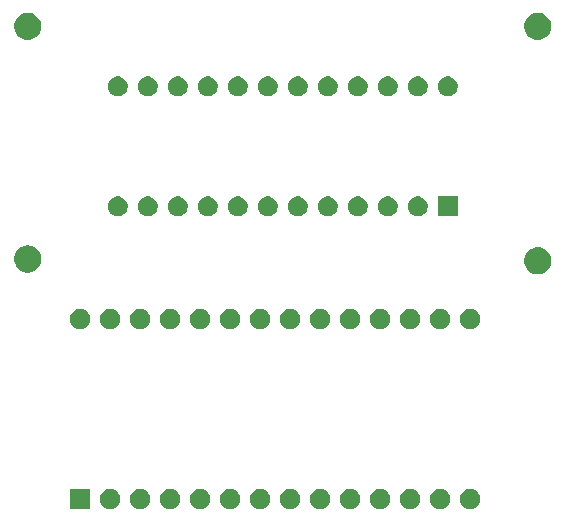
<source format=gbs>
G04 #@! TF.GenerationSoftware,KiCad,Pcbnew,5.1.5-52549c5~84~ubuntu18.04.1*
G04 #@! TF.CreationDate,2020-03-22T23:19:32-04:00*
G04 #@! TF.ProjectId,tcd1304_v1,74636431-3330-4345-9f76-312e6b696361,rev?*
G04 #@! TF.SameCoordinates,Original*
G04 #@! TF.FileFunction,Soldermask,Bot*
G04 #@! TF.FilePolarity,Negative*
%FSLAX46Y46*%
G04 Gerber Fmt 4.6, Leading zero omitted, Abs format (unit mm)*
G04 Created by KiCad (PCBNEW 5.1.5-52549c5~84~ubuntu18.04.1) date 2020-03-22 23:19:32*
%MOMM*%
%LPD*%
G04 APERTURE LIST*
%ADD10C,0.100000*%
G04 APERTURE END LIST*
D10*
G36*
X157728228Y-102686703D02*
G01*
X157883100Y-102750853D01*
X158022481Y-102843985D01*
X158141015Y-102962519D01*
X158234147Y-103101900D01*
X158298297Y-103256772D01*
X158331000Y-103421184D01*
X158331000Y-103588816D01*
X158298297Y-103753228D01*
X158234147Y-103908100D01*
X158141015Y-104047481D01*
X158022481Y-104166015D01*
X157883100Y-104259147D01*
X157728228Y-104323297D01*
X157563816Y-104356000D01*
X157396184Y-104356000D01*
X157231772Y-104323297D01*
X157076900Y-104259147D01*
X156937519Y-104166015D01*
X156818985Y-104047481D01*
X156725853Y-103908100D01*
X156661703Y-103753228D01*
X156629000Y-103588816D01*
X156629000Y-103421184D01*
X156661703Y-103256772D01*
X156725853Y-103101900D01*
X156818985Y-102962519D01*
X156937519Y-102843985D01*
X157076900Y-102750853D01*
X157231772Y-102686703D01*
X157396184Y-102654000D01*
X157563816Y-102654000D01*
X157728228Y-102686703D01*
G37*
G36*
X155188228Y-102686703D02*
G01*
X155343100Y-102750853D01*
X155482481Y-102843985D01*
X155601015Y-102962519D01*
X155694147Y-103101900D01*
X155758297Y-103256772D01*
X155791000Y-103421184D01*
X155791000Y-103588816D01*
X155758297Y-103753228D01*
X155694147Y-103908100D01*
X155601015Y-104047481D01*
X155482481Y-104166015D01*
X155343100Y-104259147D01*
X155188228Y-104323297D01*
X155023816Y-104356000D01*
X154856184Y-104356000D01*
X154691772Y-104323297D01*
X154536900Y-104259147D01*
X154397519Y-104166015D01*
X154278985Y-104047481D01*
X154185853Y-103908100D01*
X154121703Y-103753228D01*
X154089000Y-103588816D01*
X154089000Y-103421184D01*
X154121703Y-103256772D01*
X154185853Y-103101900D01*
X154278985Y-102962519D01*
X154397519Y-102843985D01*
X154536900Y-102750853D01*
X154691772Y-102686703D01*
X154856184Y-102654000D01*
X155023816Y-102654000D01*
X155188228Y-102686703D01*
G37*
G36*
X125311000Y-104356000D02*
G01*
X123609000Y-104356000D01*
X123609000Y-102654000D01*
X125311000Y-102654000D01*
X125311000Y-104356000D01*
G37*
G36*
X127248228Y-102686703D02*
G01*
X127403100Y-102750853D01*
X127542481Y-102843985D01*
X127661015Y-102962519D01*
X127754147Y-103101900D01*
X127818297Y-103256772D01*
X127851000Y-103421184D01*
X127851000Y-103588816D01*
X127818297Y-103753228D01*
X127754147Y-103908100D01*
X127661015Y-104047481D01*
X127542481Y-104166015D01*
X127403100Y-104259147D01*
X127248228Y-104323297D01*
X127083816Y-104356000D01*
X126916184Y-104356000D01*
X126751772Y-104323297D01*
X126596900Y-104259147D01*
X126457519Y-104166015D01*
X126338985Y-104047481D01*
X126245853Y-103908100D01*
X126181703Y-103753228D01*
X126149000Y-103588816D01*
X126149000Y-103421184D01*
X126181703Y-103256772D01*
X126245853Y-103101900D01*
X126338985Y-102962519D01*
X126457519Y-102843985D01*
X126596900Y-102750853D01*
X126751772Y-102686703D01*
X126916184Y-102654000D01*
X127083816Y-102654000D01*
X127248228Y-102686703D01*
G37*
G36*
X129788228Y-102686703D02*
G01*
X129943100Y-102750853D01*
X130082481Y-102843985D01*
X130201015Y-102962519D01*
X130294147Y-103101900D01*
X130358297Y-103256772D01*
X130391000Y-103421184D01*
X130391000Y-103588816D01*
X130358297Y-103753228D01*
X130294147Y-103908100D01*
X130201015Y-104047481D01*
X130082481Y-104166015D01*
X129943100Y-104259147D01*
X129788228Y-104323297D01*
X129623816Y-104356000D01*
X129456184Y-104356000D01*
X129291772Y-104323297D01*
X129136900Y-104259147D01*
X128997519Y-104166015D01*
X128878985Y-104047481D01*
X128785853Y-103908100D01*
X128721703Y-103753228D01*
X128689000Y-103588816D01*
X128689000Y-103421184D01*
X128721703Y-103256772D01*
X128785853Y-103101900D01*
X128878985Y-102962519D01*
X128997519Y-102843985D01*
X129136900Y-102750853D01*
X129291772Y-102686703D01*
X129456184Y-102654000D01*
X129623816Y-102654000D01*
X129788228Y-102686703D01*
G37*
G36*
X132328228Y-102686703D02*
G01*
X132483100Y-102750853D01*
X132622481Y-102843985D01*
X132741015Y-102962519D01*
X132834147Y-103101900D01*
X132898297Y-103256772D01*
X132931000Y-103421184D01*
X132931000Y-103588816D01*
X132898297Y-103753228D01*
X132834147Y-103908100D01*
X132741015Y-104047481D01*
X132622481Y-104166015D01*
X132483100Y-104259147D01*
X132328228Y-104323297D01*
X132163816Y-104356000D01*
X131996184Y-104356000D01*
X131831772Y-104323297D01*
X131676900Y-104259147D01*
X131537519Y-104166015D01*
X131418985Y-104047481D01*
X131325853Y-103908100D01*
X131261703Y-103753228D01*
X131229000Y-103588816D01*
X131229000Y-103421184D01*
X131261703Y-103256772D01*
X131325853Y-103101900D01*
X131418985Y-102962519D01*
X131537519Y-102843985D01*
X131676900Y-102750853D01*
X131831772Y-102686703D01*
X131996184Y-102654000D01*
X132163816Y-102654000D01*
X132328228Y-102686703D01*
G37*
G36*
X134868228Y-102686703D02*
G01*
X135023100Y-102750853D01*
X135162481Y-102843985D01*
X135281015Y-102962519D01*
X135374147Y-103101900D01*
X135438297Y-103256772D01*
X135471000Y-103421184D01*
X135471000Y-103588816D01*
X135438297Y-103753228D01*
X135374147Y-103908100D01*
X135281015Y-104047481D01*
X135162481Y-104166015D01*
X135023100Y-104259147D01*
X134868228Y-104323297D01*
X134703816Y-104356000D01*
X134536184Y-104356000D01*
X134371772Y-104323297D01*
X134216900Y-104259147D01*
X134077519Y-104166015D01*
X133958985Y-104047481D01*
X133865853Y-103908100D01*
X133801703Y-103753228D01*
X133769000Y-103588816D01*
X133769000Y-103421184D01*
X133801703Y-103256772D01*
X133865853Y-103101900D01*
X133958985Y-102962519D01*
X134077519Y-102843985D01*
X134216900Y-102750853D01*
X134371772Y-102686703D01*
X134536184Y-102654000D01*
X134703816Y-102654000D01*
X134868228Y-102686703D01*
G37*
G36*
X137408228Y-102686703D02*
G01*
X137563100Y-102750853D01*
X137702481Y-102843985D01*
X137821015Y-102962519D01*
X137914147Y-103101900D01*
X137978297Y-103256772D01*
X138011000Y-103421184D01*
X138011000Y-103588816D01*
X137978297Y-103753228D01*
X137914147Y-103908100D01*
X137821015Y-104047481D01*
X137702481Y-104166015D01*
X137563100Y-104259147D01*
X137408228Y-104323297D01*
X137243816Y-104356000D01*
X137076184Y-104356000D01*
X136911772Y-104323297D01*
X136756900Y-104259147D01*
X136617519Y-104166015D01*
X136498985Y-104047481D01*
X136405853Y-103908100D01*
X136341703Y-103753228D01*
X136309000Y-103588816D01*
X136309000Y-103421184D01*
X136341703Y-103256772D01*
X136405853Y-103101900D01*
X136498985Y-102962519D01*
X136617519Y-102843985D01*
X136756900Y-102750853D01*
X136911772Y-102686703D01*
X137076184Y-102654000D01*
X137243816Y-102654000D01*
X137408228Y-102686703D01*
G37*
G36*
X142488228Y-102686703D02*
G01*
X142643100Y-102750853D01*
X142782481Y-102843985D01*
X142901015Y-102962519D01*
X142994147Y-103101900D01*
X143058297Y-103256772D01*
X143091000Y-103421184D01*
X143091000Y-103588816D01*
X143058297Y-103753228D01*
X142994147Y-103908100D01*
X142901015Y-104047481D01*
X142782481Y-104166015D01*
X142643100Y-104259147D01*
X142488228Y-104323297D01*
X142323816Y-104356000D01*
X142156184Y-104356000D01*
X141991772Y-104323297D01*
X141836900Y-104259147D01*
X141697519Y-104166015D01*
X141578985Y-104047481D01*
X141485853Y-103908100D01*
X141421703Y-103753228D01*
X141389000Y-103588816D01*
X141389000Y-103421184D01*
X141421703Y-103256772D01*
X141485853Y-103101900D01*
X141578985Y-102962519D01*
X141697519Y-102843985D01*
X141836900Y-102750853D01*
X141991772Y-102686703D01*
X142156184Y-102654000D01*
X142323816Y-102654000D01*
X142488228Y-102686703D01*
G37*
G36*
X145028228Y-102686703D02*
G01*
X145183100Y-102750853D01*
X145322481Y-102843985D01*
X145441015Y-102962519D01*
X145534147Y-103101900D01*
X145598297Y-103256772D01*
X145631000Y-103421184D01*
X145631000Y-103588816D01*
X145598297Y-103753228D01*
X145534147Y-103908100D01*
X145441015Y-104047481D01*
X145322481Y-104166015D01*
X145183100Y-104259147D01*
X145028228Y-104323297D01*
X144863816Y-104356000D01*
X144696184Y-104356000D01*
X144531772Y-104323297D01*
X144376900Y-104259147D01*
X144237519Y-104166015D01*
X144118985Y-104047481D01*
X144025853Y-103908100D01*
X143961703Y-103753228D01*
X143929000Y-103588816D01*
X143929000Y-103421184D01*
X143961703Y-103256772D01*
X144025853Y-103101900D01*
X144118985Y-102962519D01*
X144237519Y-102843985D01*
X144376900Y-102750853D01*
X144531772Y-102686703D01*
X144696184Y-102654000D01*
X144863816Y-102654000D01*
X145028228Y-102686703D01*
G37*
G36*
X147568228Y-102686703D02*
G01*
X147723100Y-102750853D01*
X147862481Y-102843985D01*
X147981015Y-102962519D01*
X148074147Y-103101900D01*
X148138297Y-103256772D01*
X148171000Y-103421184D01*
X148171000Y-103588816D01*
X148138297Y-103753228D01*
X148074147Y-103908100D01*
X147981015Y-104047481D01*
X147862481Y-104166015D01*
X147723100Y-104259147D01*
X147568228Y-104323297D01*
X147403816Y-104356000D01*
X147236184Y-104356000D01*
X147071772Y-104323297D01*
X146916900Y-104259147D01*
X146777519Y-104166015D01*
X146658985Y-104047481D01*
X146565853Y-103908100D01*
X146501703Y-103753228D01*
X146469000Y-103588816D01*
X146469000Y-103421184D01*
X146501703Y-103256772D01*
X146565853Y-103101900D01*
X146658985Y-102962519D01*
X146777519Y-102843985D01*
X146916900Y-102750853D01*
X147071772Y-102686703D01*
X147236184Y-102654000D01*
X147403816Y-102654000D01*
X147568228Y-102686703D01*
G37*
G36*
X150108228Y-102686703D02*
G01*
X150263100Y-102750853D01*
X150402481Y-102843985D01*
X150521015Y-102962519D01*
X150614147Y-103101900D01*
X150678297Y-103256772D01*
X150711000Y-103421184D01*
X150711000Y-103588816D01*
X150678297Y-103753228D01*
X150614147Y-103908100D01*
X150521015Y-104047481D01*
X150402481Y-104166015D01*
X150263100Y-104259147D01*
X150108228Y-104323297D01*
X149943816Y-104356000D01*
X149776184Y-104356000D01*
X149611772Y-104323297D01*
X149456900Y-104259147D01*
X149317519Y-104166015D01*
X149198985Y-104047481D01*
X149105853Y-103908100D01*
X149041703Y-103753228D01*
X149009000Y-103588816D01*
X149009000Y-103421184D01*
X149041703Y-103256772D01*
X149105853Y-103101900D01*
X149198985Y-102962519D01*
X149317519Y-102843985D01*
X149456900Y-102750853D01*
X149611772Y-102686703D01*
X149776184Y-102654000D01*
X149943816Y-102654000D01*
X150108228Y-102686703D01*
G37*
G36*
X152648228Y-102686703D02*
G01*
X152803100Y-102750853D01*
X152942481Y-102843985D01*
X153061015Y-102962519D01*
X153154147Y-103101900D01*
X153218297Y-103256772D01*
X153251000Y-103421184D01*
X153251000Y-103588816D01*
X153218297Y-103753228D01*
X153154147Y-103908100D01*
X153061015Y-104047481D01*
X152942481Y-104166015D01*
X152803100Y-104259147D01*
X152648228Y-104323297D01*
X152483816Y-104356000D01*
X152316184Y-104356000D01*
X152151772Y-104323297D01*
X151996900Y-104259147D01*
X151857519Y-104166015D01*
X151738985Y-104047481D01*
X151645853Y-103908100D01*
X151581703Y-103753228D01*
X151549000Y-103588816D01*
X151549000Y-103421184D01*
X151581703Y-103256772D01*
X151645853Y-103101900D01*
X151738985Y-102962519D01*
X151857519Y-102843985D01*
X151996900Y-102750853D01*
X152151772Y-102686703D01*
X152316184Y-102654000D01*
X152483816Y-102654000D01*
X152648228Y-102686703D01*
G37*
G36*
X139948228Y-102686703D02*
G01*
X140103100Y-102750853D01*
X140242481Y-102843985D01*
X140361015Y-102962519D01*
X140454147Y-103101900D01*
X140518297Y-103256772D01*
X140551000Y-103421184D01*
X140551000Y-103588816D01*
X140518297Y-103753228D01*
X140454147Y-103908100D01*
X140361015Y-104047481D01*
X140242481Y-104166015D01*
X140103100Y-104259147D01*
X139948228Y-104323297D01*
X139783816Y-104356000D01*
X139616184Y-104356000D01*
X139451772Y-104323297D01*
X139296900Y-104259147D01*
X139157519Y-104166015D01*
X139038985Y-104047481D01*
X138945853Y-103908100D01*
X138881703Y-103753228D01*
X138849000Y-103588816D01*
X138849000Y-103421184D01*
X138881703Y-103256772D01*
X138945853Y-103101900D01*
X139038985Y-102962519D01*
X139157519Y-102843985D01*
X139296900Y-102750853D01*
X139451772Y-102686703D01*
X139616184Y-102654000D01*
X139783816Y-102654000D01*
X139948228Y-102686703D01*
G37*
G36*
X155188228Y-87446703D02*
G01*
X155343100Y-87510853D01*
X155482481Y-87603985D01*
X155601015Y-87722519D01*
X155694147Y-87861900D01*
X155758297Y-88016772D01*
X155791000Y-88181184D01*
X155791000Y-88348816D01*
X155758297Y-88513228D01*
X155694147Y-88668100D01*
X155601015Y-88807481D01*
X155482481Y-88926015D01*
X155343100Y-89019147D01*
X155188228Y-89083297D01*
X155023816Y-89116000D01*
X154856184Y-89116000D01*
X154691772Y-89083297D01*
X154536900Y-89019147D01*
X154397519Y-88926015D01*
X154278985Y-88807481D01*
X154185853Y-88668100D01*
X154121703Y-88513228D01*
X154089000Y-88348816D01*
X154089000Y-88181184D01*
X154121703Y-88016772D01*
X154185853Y-87861900D01*
X154278985Y-87722519D01*
X154397519Y-87603985D01*
X154536900Y-87510853D01*
X154691772Y-87446703D01*
X154856184Y-87414000D01*
X155023816Y-87414000D01*
X155188228Y-87446703D01*
G37*
G36*
X145028228Y-87446703D02*
G01*
X145183100Y-87510853D01*
X145322481Y-87603985D01*
X145441015Y-87722519D01*
X145534147Y-87861900D01*
X145598297Y-88016772D01*
X145631000Y-88181184D01*
X145631000Y-88348816D01*
X145598297Y-88513228D01*
X145534147Y-88668100D01*
X145441015Y-88807481D01*
X145322481Y-88926015D01*
X145183100Y-89019147D01*
X145028228Y-89083297D01*
X144863816Y-89116000D01*
X144696184Y-89116000D01*
X144531772Y-89083297D01*
X144376900Y-89019147D01*
X144237519Y-88926015D01*
X144118985Y-88807481D01*
X144025853Y-88668100D01*
X143961703Y-88513228D01*
X143929000Y-88348816D01*
X143929000Y-88181184D01*
X143961703Y-88016772D01*
X144025853Y-87861900D01*
X144118985Y-87722519D01*
X144237519Y-87603985D01*
X144376900Y-87510853D01*
X144531772Y-87446703D01*
X144696184Y-87414000D01*
X144863816Y-87414000D01*
X145028228Y-87446703D01*
G37*
G36*
X147568228Y-87446703D02*
G01*
X147723100Y-87510853D01*
X147862481Y-87603985D01*
X147981015Y-87722519D01*
X148074147Y-87861900D01*
X148138297Y-88016772D01*
X148171000Y-88181184D01*
X148171000Y-88348816D01*
X148138297Y-88513228D01*
X148074147Y-88668100D01*
X147981015Y-88807481D01*
X147862481Y-88926015D01*
X147723100Y-89019147D01*
X147568228Y-89083297D01*
X147403816Y-89116000D01*
X147236184Y-89116000D01*
X147071772Y-89083297D01*
X146916900Y-89019147D01*
X146777519Y-88926015D01*
X146658985Y-88807481D01*
X146565853Y-88668100D01*
X146501703Y-88513228D01*
X146469000Y-88348816D01*
X146469000Y-88181184D01*
X146501703Y-88016772D01*
X146565853Y-87861900D01*
X146658985Y-87722519D01*
X146777519Y-87603985D01*
X146916900Y-87510853D01*
X147071772Y-87446703D01*
X147236184Y-87414000D01*
X147403816Y-87414000D01*
X147568228Y-87446703D01*
G37*
G36*
X142488228Y-87446703D02*
G01*
X142643100Y-87510853D01*
X142782481Y-87603985D01*
X142901015Y-87722519D01*
X142994147Y-87861900D01*
X143058297Y-88016772D01*
X143091000Y-88181184D01*
X143091000Y-88348816D01*
X143058297Y-88513228D01*
X142994147Y-88668100D01*
X142901015Y-88807481D01*
X142782481Y-88926015D01*
X142643100Y-89019147D01*
X142488228Y-89083297D01*
X142323816Y-89116000D01*
X142156184Y-89116000D01*
X141991772Y-89083297D01*
X141836900Y-89019147D01*
X141697519Y-88926015D01*
X141578985Y-88807481D01*
X141485853Y-88668100D01*
X141421703Y-88513228D01*
X141389000Y-88348816D01*
X141389000Y-88181184D01*
X141421703Y-88016772D01*
X141485853Y-87861900D01*
X141578985Y-87722519D01*
X141697519Y-87603985D01*
X141836900Y-87510853D01*
X141991772Y-87446703D01*
X142156184Y-87414000D01*
X142323816Y-87414000D01*
X142488228Y-87446703D01*
G37*
G36*
X139948228Y-87446703D02*
G01*
X140103100Y-87510853D01*
X140242481Y-87603985D01*
X140361015Y-87722519D01*
X140454147Y-87861900D01*
X140518297Y-88016772D01*
X140551000Y-88181184D01*
X140551000Y-88348816D01*
X140518297Y-88513228D01*
X140454147Y-88668100D01*
X140361015Y-88807481D01*
X140242481Y-88926015D01*
X140103100Y-89019147D01*
X139948228Y-89083297D01*
X139783816Y-89116000D01*
X139616184Y-89116000D01*
X139451772Y-89083297D01*
X139296900Y-89019147D01*
X139157519Y-88926015D01*
X139038985Y-88807481D01*
X138945853Y-88668100D01*
X138881703Y-88513228D01*
X138849000Y-88348816D01*
X138849000Y-88181184D01*
X138881703Y-88016772D01*
X138945853Y-87861900D01*
X139038985Y-87722519D01*
X139157519Y-87603985D01*
X139296900Y-87510853D01*
X139451772Y-87446703D01*
X139616184Y-87414000D01*
X139783816Y-87414000D01*
X139948228Y-87446703D01*
G37*
G36*
X150108228Y-87446703D02*
G01*
X150263100Y-87510853D01*
X150402481Y-87603985D01*
X150521015Y-87722519D01*
X150614147Y-87861900D01*
X150678297Y-88016772D01*
X150711000Y-88181184D01*
X150711000Y-88348816D01*
X150678297Y-88513228D01*
X150614147Y-88668100D01*
X150521015Y-88807481D01*
X150402481Y-88926015D01*
X150263100Y-89019147D01*
X150108228Y-89083297D01*
X149943816Y-89116000D01*
X149776184Y-89116000D01*
X149611772Y-89083297D01*
X149456900Y-89019147D01*
X149317519Y-88926015D01*
X149198985Y-88807481D01*
X149105853Y-88668100D01*
X149041703Y-88513228D01*
X149009000Y-88348816D01*
X149009000Y-88181184D01*
X149041703Y-88016772D01*
X149105853Y-87861900D01*
X149198985Y-87722519D01*
X149317519Y-87603985D01*
X149456900Y-87510853D01*
X149611772Y-87446703D01*
X149776184Y-87414000D01*
X149943816Y-87414000D01*
X150108228Y-87446703D01*
G37*
G36*
X137408228Y-87446703D02*
G01*
X137563100Y-87510853D01*
X137702481Y-87603985D01*
X137821015Y-87722519D01*
X137914147Y-87861900D01*
X137978297Y-88016772D01*
X138011000Y-88181184D01*
X138011000Y-88348816D01*
X137978297Y-88513228D01*
X137914147Y-88668100D01*
X137821015Y-88807481D01*
X137702481Y-88926015D01*
X137563100Y-89019147D01*
X137408228Y-89083297D01*
X137243816Y-89116000D01*
X137076184Y-89116000D01*
X136911772Y-89083297D01*
X136756900Y-89019147D01*
X136617519Y-88926015D01*
X136498985Y-88807481D01*
X136405853Y-88668100D01*
X136341703Y-88513228D01*
X136309000Y-88348816D01*
X136309000Y-88181184D01*
X136341703Y-88016772D01*
X136405853Y-87861900D01*
X136498985Y-87722519D01*
X136617519Y-87603985D01*
X136756900Y-87510853D01*
X136911772Y-87446703D01*
X137076184Y-87414000D01*
X137243816Y-87414000D01*
X137408228Y-87446703D01*
G37*
G36*
X152648228Y-87446703D02*
G01*
X152803100Y-87510853D01*
X152942481Y-87603985D01*
X153061015Y-87722519D01*
X153154147Y-87861900D01*
X153218297Y-88016772D01*
X153251000Y-88181184D01*
X153251000Y-88348816D01*
X153218297Y-88513228D01*
X153154147Y-88668100D01*
X153061015Y-88807481D01*
X152942481Y-88926015D01*
X152803100Y-89019147D01*
X152648228Y-89083297D01*
X152483816Y-89116000D01*
X152316184Y-89116000D01*
X152151772Y-89083297D01*
X151996900Y-89019147D01*
X151857519Y-88926015D01*
X151738985Y-88807481D01*
X151645853Y-88668100D01*
X151581703Y-88513228D01*
X151549000Y-88348816D01*
X151549000Y-88181184D01*
X151581703Y-88016772D01*
X151645853Y-87861900D01*
X151738985Y-87722519D01*
X151857519Y-87603985D01*
X151996900Y-87510853D01*
X152151772Y-87446703D01*
X152316184Y-87414000D01*
X152483816Y-87414000D01*
X152648228Y-87446703D01*
G37*
G36*
X132328228Y-87446703D02*
G01*
X132483100Y-87510853D01*
X132622481Y-87603985D01*
X132741015Y-87722519D01*
X132834147Y-87861900D01*
X132898297Y-88016772D01*
X132931000Y-88181184D01*
X132931000Y-88348816D01*
X132898297Y-88513228D01*
X132834147Y-88668100D01*
X132741015Y-88807481D01*
X132622481Y-88926015D01*
X132483100Y-89019147D01*
X132328228Y-89083297D01*
X132163816Y-89116000D01*
X131996184Y-89116000D01*
X131831772Y-89083297D01*
X131676900Y-89019147D01*
X131537519Y-88926015D01*
X131418985Y-88807481D01*
X131325853Y-88668100D01*
X131261703Y-88513228D01*
X131229000Y-88348816D01*
X131229000Y-88181184D01*
X131261703Y-88016772D01*
X131325853Y-87861900D01*
X131418985Y-87722519D01*
X131537519Y-87603985D01*
X131676900Y-87510853D01*
X131831772Y-87446703D01*
X131996184Y-87414000D01*
X132163816Y-87414000D01*
X132328228Y-87446703D01*
G37*
G36*
X129788228Y-87446703D02*
G01*
X129943100Y-87510853D01*
X130082481Y-87603985D01*
X130201015Y-87722519D01*
X130294147Y-87861900D01*
X130358297Y-88016772D01*
X130391000Y-88181184D01*
X130391000Y-88348816D01*
X130358297Y-88513228D01*
X130294147Y-88668100D01*
X130201015Y-88807481D01*
X130082481Y-88926015D01*
X129943100Y-89019147D01*
X129788228Y-89083297D01*
X129623816Y-89116000D01*
X129456184Y-89116000D01*
X129291772Y-89083297D01*
X129136900Y-89019147D01*
X128997519Y-88926015D01*
X128878985Y-88807481D01*
X128785853Y-88668100D01*
X128721703Y-88513228D01*
X128689000Y-88348816D01*
X128689000Y-88181184D01*
X128721703Y-88016772D01*
X128785853Y-87861900D01*
X128878985Y-87722519D01*
X128997519Y-87603985D01*
X129136900Y-87510853D01*
X129291772Y-87446703D01*
X129456184Y-87414000D01*
X129623816Y-87414000D01*
X129788228Y-87446703D01*
G37*
G36*
X127248228Y-87446703D02*
G01*
X127403100Y-87510853D01*
X127542481Y-87603985D01*
X127661015Y-87722519D01*
X127754147Y-87861900D01*
X127818297Y-88016772D01*
X127851000Y-88181184D01*
X127851000Y-88348816D01*
X127818297Y-88513228D01*
X127754147Y-88668100D01*
X127661015Y-88807481D01*
X127542481Y-88926015D01*
X127403100Y-89019147D01*
X127248228Y-89083297D01*
X127083816Y-89116000D01*
X126916184Y-89116000D01*
X126751772Y-89083297D01*
X126596900Y-89019147D01*
X126457519Y-88926015D01*
X126338985Y-88807481D01*
X126245853Y-88668100D01*
X126181703Y-88513228D01*
X126149000Y-88348816D01*
X126149000Y-88181184D01*
X126181703Y-88016772D01*
X126245853Y-87861900D01*
X126338985Y-87722519D01*
X126457519Y-87603985D01*
X126596900Y-87510853D01*
X126751772Y-87446703D01*
X126916184Y-87414000D01*
X127083816Y-87414000D01*
X127248228Y-87446703D01*
G37*
G36*
X157728228Y-87446703D02*
G01*
X157883100Y-87510853D01*
X158022481Y-87603985D01*
X158141015Y-87722519D01*
X158234147Y-87861900D01*
X158298297Y-88016772D01*
X158331000Y-88181184D01*
X158331000Y-88348816D01*
X158298297Y-88513228D01*
X158234147Y-88668100D01*
X158141015Y-88807481D01*
X158022481Y-88926015D01*
X157883100Y-89019147D01*
X157728228Y-89083297D01*
X157563816Y-89116000D01*
X157396184Y-89116000D01*
X157231772Y-89083297D01*
X157076900Y-89019147D01*
X156937519Y-88926015D01*
X156818985Y-88807481D01*
X156725853Y-88668100D01*
X156661703Y-88513228D01*
X156629000Y-88348816D01*
X156629000Y-88181184D01*
X156661703Y-88016772D01*
X156725853Y-87861900D01*
X156818985Y-87722519D01*
X156937519Y-87603985D01*
X157076900Y-87510853D01*
X157231772Y-87446703D01*
X157396184Y-87414000D01*
X157563816Y-87414000D01*
X157728228Y-87446703D01*
G37*
G36*
X124708228Y-87446703D02*
G01*
X124863100Y-87510853D01*
X125002481Y-87603985D01*
X125121015Y-87722519D01*
X125214147Y-87861900D01*
X125278297Y-88016772D01*
X125311000Y-88181184D01*
X125311000Y-88348816D01*
X125278297Y-88513228D01*
X125214147Y-88668100D01*
X125121015Y-88807481D01*
X125002481Y-88926015D01*
X124863100Y-89019147D01*
X124708228Y-89083297D01*
X124543816Y-89116000D01*
X124376184Y-89116000D01*
X124211772Y-89083297D01*
X124056900Y-89019147D01*
X123917519Y-88926015D01*
X123798985Y-88807481D01*
X123705853Y-88668100D01*
X123641703Y-88513228D01*
X123609000Y-88348816D01*
X123609000Y-88181184D01*
X123641703Y-88016772D01*
X123705853Y-87861900D01*
X123798985Y-87722519D01*
X123917519Y-87603985D01*
X124056900Y-87510853D01*
X124211772Y-87446703D01*
X124376184Y-87414000D01*
X124543816Y-87414000D01*
X124708228Y-87446703D01*
G37*
G36*
X134868228Y-87446703D02*
G01*
X135023100Y-87510853D01*
X135162481Y-87603985D01*
X135281015Y-87722519D01*
X135374147Y-87861900D01*
X135438297Y-88016772D01*
X135471000Y-88181184D01*
X135471000Y-88348816D01*
X135438297Y-88513228D01*
X135374147Y-88668100D01*
X135281015Y-88807481D01*
X135162481Y-88926015D01*
X135023100Y-89019147D01*
X134868228Y-89083297D01*
X134703816Y-89116000D01*
X134536184Y-89116000D01*
X134371772Y-89083297D01*
X134216900Y-89019147D01*
X134077519Y-88926015D01*
X133958985Y-88807481D01*
X133865853Y-88668100D01*
X133801703Y-88513228D01*
X133769000Y-88348816D01*
X133769000Y-88181184D01*
X133801703Y-88016772D01*
X133865853Y-87861900D01*
X133958985Y-87722519D01*
X134077519Y-87603985D01*
X134216900Y-87510853D01*
X134371772Y-87446703D01*
X134536184Y-87414000D01*
X134703816Y-87414000D01*
X134868228Y-87446703D01*
G37*
G36*
X163419549Y-82201116D02*
G01*
X163530734Y-82223232D01*
X163740203Y-82309997D01*
X163928720Y-82435960D01*
X164089040Y-82596280D01*
X164215003Y-82784797D01*
X164301768Y-82994266D01*
X164346000Y-83216636D01*
X164346000Y-83443364D01*
X164301768Y-83665734D01*
X164215003Y-83875203D01*
X164089040Y-84063720D01*
X163928720Y-84224040D01*
X163740203Y-84350003D01*
X163530734Y-84436768D01*
X163419549Y-84458884D01*
X163308365Y-84481000D01*
X163081635Y-84481000D01*
X162970451Y-84458884D01*
X162859266Y-84436768D01*
X162649797Y-84350003D01*
X162461280Y-84224040D01*
X162300960Y-84063720D01*
X162174997Y-83875203D01*
X162088232Y-83665734D01*
X162044000Y-83443364D01*
X162044000Y-83216636D01*
X162088232Y-82994266D01*
X162174997Y-82784797D01*
X162300960Y-82596280D01*
X162461280Y-82435960D01*
X162649797Y-82309997D01*
X162859266Y-82223232D01*
X162970451Y-82201116D01*
X163081635Y-82179000D01*
X163308365Y-82179000D01*
X163419549Y-82201116D01*
G37*
G36*
X120239549Y-82056116D02*
G01*
X120350734Y-82078232D01*
X120560203Y-82164997D01*
X120748720Y-82290960D01*
X120909040Y-82451280D01*
X121035003Y-82639797D01*
X121121768Y-82849266D01*
X121166000Y-83071636D01*
X121166000Y-83298364D01*
X121121768Y-83520734D01*
X121035003Y-83730203D01*
X120909040Y-83918720D01*
X120748720Y-84079040D01*
X120560203Y-84205003D01*
X120350734Y-84291768D01*
X120239549Y-84313884D01*
X120128365Y-84336000D01*
X119901635Y-84336000D01*
X119790451Y-84313884D01*
X119679266Y-84291768D01*
X119469797Y-84205003D01*
X119281280Y-84079040D01*
X119120960Y-83918720D01*
X118994997Y-83730203D01*
X118908232Y-83520734D01*
X118864000Y-83298364D01*
X118864000Y-83071636D01*
X118908232Y-82849266D01*
X118994997Y-82639797D01*
X119120960Y-82451280D01*
X119281280Y-82290960D01*
X119469797Y-82164997D01*
X119679266Y-82078232D01*
X119790451Y-82056116D01*
X119901635Y-82034000D01*
X120128365Y-82034000D01*
X120239549Y-82056116D01*
G37*
G36*
X156426000Y-79591000D02*
G01*
X154724000Y-79591000D01*
X154724000Y-77889000D01*
X156426000Y-77889000D01*
X156426000Y-79591000D01*
G37*
G36*
X140583228Y-77921703D02*
G01*
X140738100Y-77985853D01*
X140877481Y-78078985D01*
X140996015Y-78197519D01*
X141089147Y-78336900D01*
X141153297Y-78491772D01*
X141186000Y-78656184D01*
X141186000Y-78823816D01*
X141153297Y-78988228D01*
X141089147Y-79143100D01*
X140996015Y-79282481D01*
X140877481Y-79401015D01*
X140738100Y-79494147D01*
X140583228Y-79558297D01*
X140418816Y-79591000D01*
X140251184Y-79591000D01*
X140086772Y-79558297D01*
X139931900Y-79494147D01*
X139792519Y-79401015D01*
X139673985Y-79282481D01*
X139580853Y-79143100D01*
X139516703Y-78988228D01*
X139484000Y-78823816D01*
X139484000Y-78656184D01*
X139516703Y-78491772D01*
X139580853Y-78336900D01*
X139673985Y-78197519D01*
X139792519Y-78078985D01*
X139931900Y-77985853D01*
X140086772Y-77921703D01*
X140251184Y-77889000D01*
X140418816Y-77889000D01*
X140583228Y-77921703D01*
G37*
G36*
X138043228Y-77921703D02*
G01*
X138198100Y-77985853D01*
X138337481Y-78078985D01*
X138456015Y-78197519D01*
X138549147Y-78336900D01*
X138613297Y-78491772D01*
X138646000Y-78656184D01*
X138646000Y-78823816D01*
X138613297Y-78988228D01*
X138549147Y-79143100D01*
X138456015Y-79282481D01*
X138337481Y-79401015D01*
X138198100Y-79494147D01*
X138043228Y-79558297D01*
X137878816Y-79591000D01*
X137711184Y-79591000D01*
X137546772Y-79558297D01*
X137391900Y-79494147D01*
X137252519Y-79401015D01*
X137133985Y-79282481D01*
X137040853Y-79143100D01*
X136976703Y-78988228D01*
X136944000Y-78823816D01*
X136944000Y-78656184D01*
X136976703Y-78491772D01*
X137040853Y-78336900D01*
X137133985Y-78197519D01*
X137252519Y-78078985D01*
X137391900Y-77985853D01*
X137546772Y-77921703D01*
X137711184Y-77889000D01*
X137878816Y-77889000D01*
X138043228Y-77921703D01*
G37*
G36*
X135503228Y-77921703D02*
G01*
X135658100Y-77985853D01*
X135797481Y-78078985D01*
X135916015Y-78197519D01*
X136009147Y-78336900D01*
X136073297Y-78491772D01*
X136106000Y-78656184D01*
X136106000Y-78823816D01*
X136073297Y-78988228D01*
X136009147Y-79143100D01*
X135916015Y-79282481D01*
X135797481Y-79401015D01*
X135658100Y-79494147D01*
X135503228Y-79558297D01*
X135338816Y-79591000D01*
X135171184Y-79591000D01*
X135006772Y-79558297D01*
X134851900Y-79494147D01*
X134712519Y-79401015D01*
X134593985Y-79282481D01*
X134500853Y-79143100D01*
X134436703Y-78988228D01*
X134404000Y-78823816D01*
X134404000Y-78656184D01*
X134436703Y-78491772D01*
X134500853Y-78336900D01*
X134593985Y-78197519D01*
X134712519Y-78078985D01*
X134851900Y-77985853D01*
X135006772Y-77921703D01*
X135171184Y-77889000D01*
X135338816Y-77889000D01*
X135503228Y-77921703D01*
G37*
G36*
X132963228Y-77921703D02*
G01*
X133118100Y-77985853D01*
X133257481Y-78078985D01*
X133376015Y-78197519D01*
X133469147Y-78336900D01*
X133533297Y-78491772D01*
X133566000Y-78656184D01*
X133566000Y-78823816D01*
X133533297Y-78988228D01*
X133469147Y-79143100D01*
X133376015Y-79282481D01*
X133257481Y-79401015D01*
X133118100Y-79494147D01*
X132963228Y-79558297D01*
X132798816Y-79591000D01*
X132631184Y-79591000D01*
X132466772Y-79558297D01*
X132311900Y-79494147D01*
X132172519Y-79401015D01*
X132053985Y-79282481D01*
X131960853Y-79143100D01*
X131896703Y-78988228D01*
X131864000Y-78823816D01*
X131864000Y-78656184D01*
X131896703Y-78491772D01*
X131960853Y-78336900D01*
X132053985Y-78197519D01*
X132172519Y-78078985D01*
X132311900Y-77985853D01*
X132466772Y-77921703D01*
X132631184Y-77889000D01*
X132798816Y-77889000D01*
X132963228Y-77921703D01*
G37*
G36*
X130423228Y-77921703D02*
G01*
X130578100Y-77985853D01*
X130717481Y-78078985D01*
X130836015Y-78197519D01*
X130929147Y-78336900D01*
X130993297Y-78491772D01*
X131026000Y-78656184D01*
X131026000Y-78823816D01*
X130993297Y-78988228D01*
X130929147Y-79143100D01*
X130836015Y-79282481D01*
X130717481Y-79401015D01*
X130578100Y-79494147D01*
X130423228Y-79558297D01*
X130258816Y-79591000D01*
X130091184Y-79591000D01*
X129926772Y-79558297D01*
X129771900Y-79494147D01*
X129632519Y-79401015D01*
X129513985Y-79282481D01*
X129420853Y-79143100D01*
X129356703Y-78988228D01*
X129324000Y-78823816D01*
X129324000Y-78656184D01*
X129356703Y-78491772D01*
X129420853Y-78336900D01*
X129513985Y-78197519D01*
X129632519Y-78078985D01*
X129771900Y-77985853D01*
X129926772Y-77921703D01*
X130091184Y-77889000D01*
X130258816Y-77889000D01*
X130423228Y-77921703D01*
G37*
G36*
X127883228Y-77921703D02*
G01*
X128038100Y-77985853D01*
X128177481Y-78078985D01*
X128296015Y-78197519D01*
X128389147Y-78336900D01*
X128453297Y-78491772D01*
X128486000Y-78656184D01*
X128486000Y-78823816D01*
X128453297Y-78988228D01*
X128389147Y-79143100D01*
X128296015Y-79282481D01*
X128177481Y-79401015D01*
X128038100Y-79494147D01*
X127883228Y-79558297D01*
X127718816Y-79591000D01*
X127551184Y-79591000D01*
X127386772Y-79558297D01*
X127231900Y-79494147D01*
X127092519Y-79401015D01*
X126973985Y-79282481D01*
X126880853Y-79143100D01*
X126816703Y-78988228D01*
X126784000Y-78823816D01*
X126784000Y-78656184D01*
X126816703Y-78491772D01*
X126880853Y-78336900D01*
X126973985Y-78197519D01*
X127092519Y-78078985D01*
X127231900Y-77985853D01*
X127386772Y-77921703D01*
X127551184Y-77889000D01*
X127718816Y-77889000D01*
X127883228Y-77921703D01*
G37*
G36*
X150743228Y-77921703D02*
G01*
X150898100Y-77985853D01*
X151037481Y-78078985D01*
X151156015Y-78197519D01*
X151249147Y-78336900D01*
X151313297Y-78491772D01*
X151346000Y-78656184D01*
X151346000Y-78823816D01*
X151313297Y-78988228D01*
X151249147Y-79143100D01*
X151156015Y-79282481D01*
X151037481Y-79401015D01*
X150898100Y-79494147D01*
X150743228Y-79558297D01*
X150578816Y-79591000D01*
X150411184Y-79591000D01*
X150246772Y-79558297D01*
X150091900Y-79494147D01*
X149952519Y-79401015D01*
X149833985Y-79282481D01*
X149740853Y-79143100D01*
X149676703Y-78988228D01*
X149644000Y-78823816D01*
X149644000Y-78656184D01*
X149676703Y-78491772D01*
X149740853Y-78336900D01*
X149833985Y-78197519D01*
X149952519Y-78078985D01*
X150091900Y-77985853D01*
X150246772Y-77921703D01*
X150411184Y-77889000D01*
X150578816Y-77889000D01*
X150743228Y-77921703D01*
G37*
G36*
X153283228Y-77921703D02*
G01*
X153438100Y-77985853D01*
X153577481Y-78078985D01*
X153696015Y-78197519D01*
X153789147Y-78336900D01*
X153853297Y-78491772D01*
X153886000Y-78656184D01*
X153886000Y-78823816D01*
X153853297Y-78988228D01*
X153789147Y-79143100D01*
X153696015Y-79282481D01*
X153577481Y-79401015D01*
X153438100Y-79494147D01*
X153283228Y-79558297D01*
X153118816Y-79591000D01*
X152951184Y-79591000D01*
X152786772Y-79558297D01*
X152631900Y-79494147D01*
X152492519Y-79401015D01*
X152373985Y-79282481D01*
X152280853Y-79143100D01*
X152216703Y-78988228D01*
X152184000Y-78823816D01*
X152184000Y-78656184D01*
X152216703Y-78491772D01*
X152280853Y-78336900D01*
X152373985Y-78197519D01*
X152492519Y-78078985D01*
X152631900Y-77985853D01*
X152786772Y-77921703D01*
X152951184Y-77889000D01*
X153118816Y-77889000D01*
X153283228Y-77921703D01*
G37*
G36*
X145663228Y-77921703D02*
G01*
X145818100Y-77985853D01*
X145957481Y-78078985D01*
X146076015Y-78197519D01*
X146169147Y-78336900D01*
X146233297Y-78491772D01*
X146266000Y-78656184D01*
X146266000Y-78823816D01*
X146233297Y-78988228D01*
X146169147Y-79143100D01*
X146076015Y-79282481D01*
X145957481Y-79401015D01*
X145818100Y-79494147D01*
X145663228Y-79558297D01*
X145498816Y-79591000D01*
X145331184Y-79591000D01*
X145166772Y-79558297D01*
X145011900Y-79494147D01*
X144872519Y-79401015D01*
X144753985Y-79282481D01*
X144660853Y-79143100D01*
X144596703Y-78988228D01*
X144564000Y-78823816D01*
X144564000Y-78656184D01*
X144596703Y-78491772D01*
X144660853Y-78336900D01*
X144753985Y-78197519D01*
X144872519Y-78078985D01*
X145011900Y-77985853D01*
X145166772Y-77921703D01*
X145331184Y-77889000D01*
X145498816Y-77889000D01*
X145663228Y-77921703D01*
G37*
G36*
X143123228Y-77921703D02*
G01*
X143278100Y-77985853D01*
X143417481Y-78078985D01*
X143536015Y-78197519D01*
X143629147Y-78336900D01*
X143693297Y-78491772D01*
X143726000Y-78656184D01*
X143726000Y-78823816D01*
X143693297Y-78988228D01*
X143629147Y-79143100D01*
X143536015Y-79282481D01*
X143417481Y-79401015D01*
X143278100Y-79494147D01*
X143123228Y-79558297D01*
X142958816Y-79591000D01*
X142791184Y-79591000D01*
X142626772Y-79558297D01*
X142471900Y-79494147D01*
X142332519Y-79401015D01*
X142213985Y-79282481D01*
X142120853Y-79143100D01*
X142056703Y-78988228D01*
X142024000Y-78823816D01*
X142024000Y-78656184D01*
X142056703Y-78491772D01*
X142120853Y-78336900D01*
X142213985Y-78197519D01*
X142332519Y-78078985D01*
X142471900Y-77985853D01*
X142626772Y-77921703D01*
X142791184Y-77889000D01*
X142958816Y-77889000D01*
X143123228Y-77921703D01*
G37*
G36*
X148203228Y-77921703D02*
G01*
X148358100Y-77985853D01*
X148497481Y-78078985D01*
X148616015Y-78197519D01*
X148709147Y-78336900D01*
X148773297Y-78491772D01*
X148806000Y-78656184D01*
X148806000Y-78823816D01*
X148773297Y-78988228D01*
X148709147Y-79143100D01*
X148616015Y-79282481D01*
X148497481Y-79401015D01*
X148358100Y-79494147D01*
X148203228Y-79558297D01*
X148038816Y-79591000D01*
X147871184Y-79591000D01*
X147706772Y-79558297D01*
X147551900Y-79494147D01*
X147412519Y-79401015D01*
X147293985Y-79282481D01*
X147200853Y-79143100D01*
X147136703Y-78988228D01*
X147104000Y-78823816D01*
X147104000Y-78656184D01*
X147136703Y-78491772D01*
X147200853Y-78336900D01*
X147293985Y-78197519D01*
X147412519Y-78078985D01*
X147551900Y-77985853D01*
X147706772Y-77921703D01*
X147871184Y-77889000D01*
X148038816Y-77889000D01*
X148203228Y-77921703D01*
G37*
G36*
X155823228Y-67761703D02*
G01*
X155978100Y-67825853D01*
X156117481Y-67918985D01*
X156236015Y-68037519D01*
X156329147Y-68176900D01*
X156393297Y-68331772D01*
X156426000Y-68496184D01*
X156426000Y-68663816D01*
X156393297Y-68828228D01*
X156329147Y-68983100D01*
X156236015Y-69122481D01*
X156117481Y-69241015D01*
X155978100Y-69334147D01*
X155823228Y-69398297D01*
X155658816Y-69431000D01*
X155491184Y-69431000D01*
X155326772Y-69398297D01*
X155171900Y-69334147D01*
X155032519Y-69241015D01*
X154913985Y-69122481D01*
X154820853Y-68983100D01*
X154756703Y-68828228D01*
X154724000Y-68663816D01*
X154724000Y-68496184D01*
X154756703Y-68331772D01*
X154820853Y-68176900D01*
X154913985Y-68037519D01*
X155032519Y-67918985D01*
X155171900Y-67825853D01*
X155326772Y-67761703D01*
X155491184Y-67729000D01*
X155658816Y-67729000D01*
X155823228Y-67761703D01*
G37*
G36*
X127883228Y-67761703D02*
G01*
X128038100Y-67825853D01*
X128177481Y-67918985D01*
X128296015Y-68037519D01*
X128389147Y-68176900D01*
X128453297Y-68331772D01*
X128486000Y-68496184D01*
X128486000Y-68663816D01*
X128453297Y-68828228D01*
X128389147Y-68983100D01*
X128296015Y-69122481D01*
X128177481Y-69241015D01*
X128038100Y-69334147D01*
X127883228Y-69398297D01*
X127718816Y-69431000D01*
X127551184Y-69431000D01*
X127386772Y-69398297D01*
X127231900Y-69334147D01*
X127092519Y-69241015D01*
X126973985Y-69122481D01*
X126880853Y-68983100D01*
X126816703Y-68828228D01*
X126784000Y-68663816D01*
X126784000Y-68496184D01*
X126816703Y-68331772D01*
X126880853Y-68176900D01*
X126973985Y-68037519D01*
X127092519Y-67918985D01*
X127231900Y-67825853D01*
X127386772Y-67761703D01*
X127551184Y-67729000D01*
X127718816Y-67729000D01*
X127883228Y-67761703D01*
G37*
G36*
X130423228Y-67761703D02*
G01*
X130578100Y-67825853D01*
X130717481Y-67918985D01*
X130836015Y-68037519D01*
X130929147Y-68176900D01*
X130993297Y-68331772D01*
X131026000Y-68496184D01*
X131026000Y-68663816D01*
X130993297Y-68828228D01*
X130929147Y-68983100D01*
X130836015Y-69122481D01*
X130717481Y-69241015D01*
X130578100Y-69334147D01*
X130423228Y-69398297D01*
X130258816Y-69431000D01*
X130091184Y-69431000D01*
X129926772Y-69398297D01*
X129771900Y-69334147D01*
X129632519Y-69241015D01*
X129513985Y-69122481D01*
X129420853Y-68983100D01*
X129356703Y-68828228D01*
X129324000Y-68663816D01*
X129324000Y-68496184D01*
X129356703Y-68331772D01*
X129420853Y-68176900D01*
X129513985Y-68037519D01*
X129632519Y-67918985D01*
X129771900Y-67825853D01*
X129926772Y-67761703D01*
X130091184Y-67729000D01*
X130258816Y-67729000D01*
X130423228Y-67761703D01*
G37*
G36*
X132963228Y-67761703D02*
G01*
X133118100Y-67825853D01*
X133257481Y-67918985D01*
X133376015Y-68037519D01*
X133469147Y-68176900D01*
X133533297Y-68331772D01*
X133566000Y-68496184D01*
X133566000Y-68663816D01*
X133533297Y-68828228D01*
X133469147Y-68983100D01*
X133376015Y-69122481D01*
X133257481Y-69241015D01*
X133118100Y-69334147D01*
X132963228Y-69398297D01*
X132798816Y-69431000D01*
X132631184Y-69431000D01*
X132466772Y-69398297D01*
X132311900Y-69334147D01*
X132172519Y-69241015D01*
X132053985Y-69122481D01*
X131960853Y-68983100D01*
X131896703Y-68828228D01*
X131864000Y-68663816D01*
X131864000Y-68496184D01*
X131896703Y-68331772D01*
X131960853Y-68176900D01*
X132053985Y-68037519D01*
X132172519Y-67918985D01*
X132311900Y-67825853D01*
X132466772Y-67761703D01*
X132631184Y-67729000D01*
X132798816Y-67729000D01*
X132963228Y-67761703D01*
G37*
G36*
X140583228Y-67761703D02*
G01*
X140738100Y-67825853D01*
X140877481Y-67918985D01*
X140996015Y-68037519D01*
X141089147Y-68176900D01*
X141153297Y-68331772D01*
X141186000Y-68496184D01*
X141186000Y-68663816D01*
X141153297Y-68828228D01*
X141089147Y-68983100D01*
X140996015Y-69122481D01*
X140877481Y-69241015D01*
X140738100Y-69334147D01*
X140583228Y-69398297D01*
X140418816Y-69431000D01*
X140251184Y-69431000D01*
X140086772Y-69398297D01*
X139931900Y-69334147D01*
X139792519Y-69241015D01*
X139673985Y-69122481D01*
X139580853Y-68983100D01*
X139516703Y-68828228D01*
X139484000Y-68663816D01*
X139484000Y-68496184D01*
X139516703Y-68331772D01*
X139580853Y-68176900D01*
X139673985Y-68037519D01*
X139792519Y-67918985D01*
X139931900Y-67825853D01*
X140086772Y-67761703D01*
X140251184Y-67729000D01*
X140418816Y-67729000D01*
X140583228Y-67761703D01*
G37*
G36*
X143123228Y-67761703D02*
G01*
X143278100Y-67825853D01*
X143417481Y-67918985D01*
X143536015Y-68037519D01*
X143629147Y-68176900D01*
X143693297Y-68331772D01*
X143726000Y-68496184D01*
X143726000Y-68663816D01*
X143693297Y-68828228D01*
X143629147Y-68983100D01*
X143536015Y-69122481D01*
X143417481Y-69241015D01*
X143278100Y-69334147D01*
X143123228Y-69398297D01*
X142958816Y-69431000D01*
X142791184Y-69431000D01*
X142626772Y-69398297D01*
X142471900Y-69334147D01*
X142332519Y-69241015D01*
X142213985Y-69122481D01*
X142120853Y-68983100D01*
X142056703Y-68828228D01*
X142024000Y-68663816D01*
X142024000Y-68496184D01*
X142056703Y-68331772D01*
X142120853Y-68176900D01*
X142213985Y-68037519D01*
X142332519Y-67918985D01*
X142471900Y-67825853D01*
X142626772Y-67761703D01*
X142791184Y-67729000D01*
X142958816Y-67729000D01*
X143123228Y-67761703D01*
G37*
G36*
X145663228Y-67761703D02*
G01*
X145818100Y-67825853D01*
X145957481Y-67918985D01*
X146076015Y-68037519D01*
X146169147Y-68176900D01*
X146233297Y-68331772D01*
X146266000Y-68496184D01*
X146266000Y-68663816D01*
X146233297Y-68828228D01*
X146169147Y-68983100D01*
X146076015Y-69122481D01*
X145957481Y-69241015D01*
X145818100Y-69334147D01*
X145663228Y-69398297D01*
X145498816Y-69431000D01*
X145331184Y-69431000D01*
X145166772Y-69398297D01*
X145011900Y-69334147D01*
X144872519Y-69241015D01*
X144753985Y-69122481D01*
X144660853Y-68983100D01*
X144596703Y-68828228D01*
X144564000Y-68663816D01*
X144564000Y-68496184D01*
X144596703Y-68331772D01*
X144660853Y-68176900D01*
X144753985Y-68037519D01*
X144872519Y-67918985D01*
X145011900Y-67825853D01*
X145166772Y-67761703D01*
X145331184Y-67729000D01*
X145498816Y-67729000D01*
X145663228Y-67761703D01*
G37*
G36*
X148203228Y-67761703D02*
G01*
X148358100Y-67825853D01*
X148497481Y-67918985D01*
X148616015Y-68037519D01*
X148709147Y-68176900D01*
X148773297Y-68331772D01*
X148806000Y-68496184D01*
X148806000Y-68663816D01*
X148773297Y-68828228D01*
X148709147Y-68983100D01*
X148616015Y-69122481D01*
X148497481Y-69241015D01*
X148358100Y-69334147D01*
X148203228Y-69398297D01*
X148038816Y-69431000D01*
X147871184Y-69431000D01*
X147706772Y-69398297D01*
X147551900Y-69334147D01*
X147412519Y-69241015D01*
X147293985Y-69122481D01*
X147200853Y-68983100D01*
X147136703Y-68828228D01*
X147104000Y-68663816D01*
X147104000Y-68496184D01*
X147136703Y-68331772D01*
X147200853Y-68176900D01*
X147293985Y-68037519D01*
X147412519Y-67918985D01*
X147551900Y-67825853D01*
X147706772Y-67761703D01*
X147871184Y-67729000D01*
X148038816Y-67729000D01*
X148203228Y-67761703D01*
G37*
G36*
X150743228Y-67761703D02*
G01*
X150898100Y-67825853D01*
X151037481Y-67918985D01*
X151156015Y-68037519D01*
X151249147Y-68176900D01*
X151313297Y-68331772D01*
X151346000Y-68496184D01*
X151346000Y-68663816D01*
X151313297Y-68828228D01*
X151249147Y-68983100D01*
X151156015Y-69122481D01*
X151037481Y-69241015D01*
X150898100Y-69334147D01*
X150743228Y-69398297D01*
X150578816Y-69431000D01*
X150411184Y-69431000D01*
X150246772Y-69398297D01*
X150091900Y-69334147D01*
X149952519Y-69241015D01*
X149833985Y-69122481D01*
X149740853Y-68983100D01*
X149676703Y-68828228D01*
X149644000Y-68663816D01*
X149644000Y-68496184D01*
X149676703Y-68331772D01*
X149740853Y-68176900D01*
X149833985Y-68037519D01*
X149952519Y-67918985D01*
X150091900Y-67825853D01*
X150246772Y-67761703D01*
X150411184Y-67729000D01*
X150578816Y-67729000D01*
X150743228Y-67761703D01*
G37*
G36*
X138043228Y-67761703D02*
G01*
X138198100Y-67825853D01*
X138337481Y-67918985D01*
X138456015Y-68037519D01*
X138549147Y-68176900D01*
X138613297Y-68331772D01*
X138646000Y-68496184D01*
X138646000Y-68663816D01*
X138613297Y-68828228D01*
X138549147Y-68983100D01*
X138456015Y-69122481D01*
X138337481Y-69241015D01*
X138198100Y-69334147D01*
X138043228Y-69398297D01*
X137878816Y-69431000D01*
X137711184Y-69431000D01*
X137546772Y-69398297D01*
X137391900Y-69334147D01*
X137252519Y-69241015D01*
X137133985Y-69122481D01*
X137040853Y-68983100D01*
X136976703Y-68828228D01*
X136944000Y-68663816D01*
X136944000Y-68496184D01*
X136976703Y-68331772D01*
X137040853Y-68176900D01*
X137133985Y-68037519D01*
X137252519Y-67918985D01*
X137391900Y-67825853D01*
X137546772Y-67761703D01*
X137711184Y-67729000D01*
X137878816Y-67729000D01*
X138043228Y-67761703D01*
G37*
G36*
X153283228Y-67761703D02*
G01*
X153438100Y-67825853D01*
X153577481Y-67918985D01*
X153696015Y-68037519D01*
X153789147Y-68176900D01*
X153853297Y-68331772D01*
X153886000Y-68496184D01*
X153886000Y-68663816D01*
X153853297Y-68828228D01*
X153789147Y-68983100D01*
X153696015Y-69122481D01*
X153577481Y-69241015D01*
X153438100Y-69334147D01*
X153283228Y-69398297D01*
X153118816Y-69431000D01*
X152951184Y-69431000D01*
X152786772Y-69398297D01*
X152631900Y-69334147D01*
X152492519Y-69241015D01*
X152373985Y-69122481D01*
X152280853Y-68983100D01*
X152216703Y-68828228D01*
X152184000Y-68663816D01*
X152184000Y-68496184D01*
X152216703Y-68331772D01*
X152280853Y-68176900D01*
X152373985Y-68037519D01*
X152492519Y-67918985D01*
X152631900Y-67825853D01*
X152786772Y-67761703D01*
X152951184Y-67729000D01*
X153118816Y-67729000D01*
X153283228Y-67761703D01*
G37*
G36*
X135503228Y-67761703D02*
G01*
X135658100Y-67825853D01*
X135797481Y-67918985D01*
X135916015Y-68037519D01*
X136009147Y-68176900D01*
X136073297Y-68331772D01*
X136106000Y-68496184D01*
X136106000Y-68663816D01*
X136073297Y-68828228D01*
X136009147Y-68983100D01*
X135916015Y-69122481D01*
X135797481Y-69241015D01*
X135658100Y-69334147D01*
X135503228Y-69398297D01*
X135338816Y-69431000D01*
X135171184Y-69431000D01*
X135006772Y-69398297D01*
X134851900Y-69334147D01*
X134712519Y-69241015D01*
X134593985Y-69122481D01*
X134500853Y-68983100D01*
X134436703Y-68828228D01*
X134404000Y-68663816D01*
X134404000Y-68496184D01*
X134436703Y-68331772D01*
X134500853Y-68176900D01*
X134593985Y-68037519D01*
X134712519Y-67918985D01*
X134851900Y-67825853D01*
X135006772Y-67761703D01*
X135171184Y-67729000D01*
X135338816Y-67729000D01*
X135503228Y-67761703D01*
G37*
G36*
X163419549Y-62371116D02*
G01*
X163530734Y-62393232D01*
X163740203Y-62479997D01*
X163928720Y-62605960D01*
X164089040Y-62766280D01*
X164215003Y-62954797D01*
X164301768Y-63164266D01*
X164346000Y-63386636D01*
X164346000Y-63613364D01*
X164301768Y-63835734D01*
X164215003Y-64045203D01*
X164089040Y-64233720D01*
X163928720Y-64394040D01*
X163740203Y-64520003D01*
X163530734Y-64606768D01*
X163419549Y-64628884D01*
X163308365Y-64651000D01*
X163081635Y-64651000D01*
X162970451Y-64628884D01*
X162859266Y-64606768D01*
X162649797Y-64520003D01*
X162461280Y-64394040D01*
X162300960Y-64233720D01*
X162174997Y-64045203D01*
X162088232Y-63835734D01*
X162044000Y-63613364D01*
X162044000Y-63386636D01*
X162088232Y-63164266D01*
X162174997Y-62954797D01*
X162300960Y-62766280D01*
X162461280Y-62605960D01*
X162649797Y-62479997D01*
X162859266Y-62393232D01*
X162970451Y-62371116D01*
X163081635Y-62349000D01*
X163308365Y-62349000D01*
X163419549Y-62371116D01*
G37*
G36*
X120239549Y-62371116D02*
G01*
X120350734Y-62393232D01*
X120560203Y-62479997D01*
X120748720Y-62605960D01*
X120909040Y-62766280D01*
X121035003Y-62954797D01*
X121121768Y-63164266D01*
X121166000Y-63386636D01*
X121166000Y-63613364D01*
X121121768Y-63835734D01*
X121035003Y-64045203D01*
X120909040Y-64233720D01*
X120748720Y-64394040D01*
X120560203Y-64520003D01*
X120350734Y-64606768D01*
X120239549Y-64628884D01*
X120128365Y-64651000D01*
X119901635Y-64651000D01*
X119790451Y-64628884D01*
X119679266Y-64606768D01*
X119469797Y-64520003D01*
X119281280Y-64394040D01*
X119120960Y-64233720D01*
X118994997Y-64045203D01*
X118908232Y-63835734D01*
X118864000Y-63613364D01*
X118864000Y-63386636D01*
X118908232Y-63164266D01*
X118994997Y-62954797D01*
X119120960Y-62766280D01*
X119281280Y-62605960D01*
X119469797Y-62479997D01*
X119679266Y-62393232D01*
X119790451Y-62371116D01*
X119901635Y-62349000D01*
X120128365Y-62349000D01*
X120239549Y-62371116D01*
G37*
M02*

</source>
